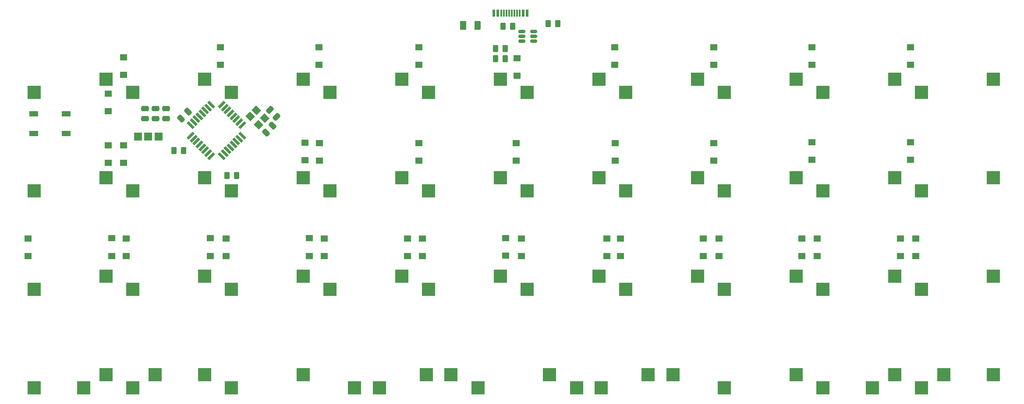
<source format=gbr>
%TF.GenerationSoftware,KiCad,Pcbnew,(6.99.0-222-g367431f825)*%
%TF.CreationDate,2022-01-13T21:14:39+01:00*%
%TF.ProjectId,Endeavour-2,456e6465-6176-46f7-9572-2d322e6b6963,rev?*%
%TF.SameCoordinates,Original*%
%TF.FileFunction,Paste,Bot*%
%TF.FilePolarity,Positive*%
%FSLAX46Y46*%
G04 Gerber Fmt 4.6, Leading zero omitted, Abs format (unit mm)*
G04 Created by KiCad (PCBNEW (6.99.0-222-g367431f825)) date 2022-01-13 21:14:39*
%MOMM*%
%LPD*%
G01*
G04 APERTURE LIST*
G04 Aperture macros list*
%AMRoundRect*
0 Rectangle with rounded corners*
0 $1 Rounding radius*
0 $2 $3 $4 $5 $6 $7 $8 $9 X,Y pos of 4 corners*
0 Add a 4 corners polygon primitive as box body*
4,1,4,$2,$3,$4,$5,$6,$7,$8,$9,$2,$3,0*
0 Add four circle primitives for the rounded corners*
1,1,$1+$1,$2,$3*
1,1,$1+$1,$4,$5*
1,1,$1+$1,$6,$7*
1,1,$1+$1,$8,$9*
0 Add four rect primitives between the rounded corners*
20,1,$1+$1,$2,$3,$4,$5,0*
20,1,$1+$1,$4,$5,$6,$7,0*
20,1,$1+$1,$6,$7,$8,$9,0*
20,1,$1+$1,$8,$9,$2,$3,0*%
%AMRotRect*
0 Rectangle, with rotation*
0 The origin of the aperture is its center*
0 $1 length*
0 $2 width*
0 $3 Rotation angle, in degrees counterclockwise*
0 Add horizontal line*
21,1,$1,$2,0,0,$3*%
G04 Aperture macros list end*
%ADD10R,2.550000X2.500000*%
%ADD11R,0.600000X1.450000*%
%ADD12R,0.300000X1.450000*%
%ADD13R,1.400000X1.200000*%
%ADD14RoundRect,0.250000X0.512652X0.159099X0.159099X0.512652X-0.512652X-0.159099X-0.159099X-0.512652X0*%
%ADD15RoundRect,0.250000X0.159099X-0.512652X0.512652X-0.159099X-0.159099X0.512652X-0.512652X0.159099X0*%
%ADD16RoundRect,0.150000X0.512500X0.150000X-0.512500X0.150000X-0.512500X-0.150000X0.512500X-0.150000X0*%
%ADD17R,1.700000X1.000000*%
%ADD18RoundRect,0.250000X-0.159099X0.512652X-0.512652X0.159099X0.159099X-0.512652X0.512652X-0.159099X0*%
%ADD19RoundRect,0.250000X0.262500X0.450000X-0.262500X0.450000X-0.262500X-0.450000X0.262500X-0.450000X0*%
%ADD20RoundRect,0.250000X-0.475000X0.250000X-0.475000X-0.250000X0.475000X-0.250000X0.475000X0.250000X0*%
%ADD21RoundRect,0.250000X-0.262500X-0.450000X0.262500X-0.450000X0.262500X0.450000X-0.262500X0.450000X0*%
%ADD22RotRect,1.600000X0.550000X225.000000*%
%ADD23RotRect,1.600000X0.550000X135.000000*%
%ADD24R,1.524000X1.524000*%
%ADD25RoundRect,0.250000X0.375000X0.625000X-0.375000X0.625000X-0.375000X-0.625000X0.375000X-0.625000X0*%
%ADD26RotRect,1.400000X1.200000X315.000000*%
G04 APERTURE END LIST*
D10*
%TO.C,K0*%
X54700000Y-40410000D03*
X68550000Y-37870000D03*
%TD*%
%TO.C,K1*%
X73750000Y-40410000D03*
X87600000Y-37870000D03*
%TD*%
%TO.C,K2*%
X92800000Y-40410000D03*
X106650000Y-37870000D03*
%TD*%
%TO.C,K3*%
X111850000Y-40410000D03*
X125700000Y-37870000D03*
%TD*%
%TO.C,K4*%
X130900000Y-40410000D03*
X144750000Y-37870000D03*
%TD*%
%TO.C,K6*%
X169000000Y-40410000D03*
X182850000Y-37870000D03*
%TD*%
%TO.C,K7*%
X188050000Y-40410000D03*
X201900000Y-37870000D03*
%TD*%
%TO.C,K8*%
X207100000Y-40410000D03*
X220950000Y-37870000D03*
%TD*%
%TO.C,K9*%
X226150000Y-40410000D03*
X240000000Y-37870000D03*
%TD*%
%TO.C,K10*%
X54700000Y-59460000D03*
X68550000Y-56920000D03*
%TD*%
%TO.C,K11*%
X73750000Y-59460000D03*
X87600000Y-56920000D03*
%TD*%
%TO.C,K12*%
X92800000Y-59460000D03*
X106650000Y-56920000D03*
%TD*%
%TO.C,K13*%
X111850000Y-59460000D03*
X125700000Y-56920000D03*
%TD*%
%TO.C,K14*%
X130900000Y-59460000D03*
X144750000Y-56920000D03*
%TD*%
%TO.C,K15*%
X149950000Y-59460000D03*
X163800000Y-56920000D03*
%TD*%
%TO.C,K16*%
X169000000Y-59460000D03*
X182850000Y-56920000D03*
%TD*%
%TO.C,K17*%
X188050000Y-59460000D03*
X201900000Y-56920000D03*
%TD*%
%TO.C,K18*%
X207100000Y-59460000D03*
X220950000Y-56920000D03*
%TD*%
%TO.C,K19*%
X226150000Y-59460000D03*
X240000000Y-56920000D03*
%TD*%
%TO.C,K20*%
X54700000Y-78510000D03*
X68550000Y-75970000D03*
%TD*%
%TO.C,K21*%
X73750000Y-78510000D03*
X87600000Y-75970000D03*
%TD*%
%TO.C,K22*%
X92800000Y-78510000D03*
X106650000Y-75970000D03*
%TD*%
%TO.C,K23*%
X111850000Y-78510000D03*
X125700000Y-75970000D03*
%TD*%
%TO.C,K24*%
X130900000Y-78510000D03*
X144750000Y-75970000D03*
%TD*%
%TO.C,K25*%
X149950000Y-78510000D03*
X163800000Y-75970000D03*
%TD*%
%TO.C,K26*%
X169000000Y-78510000D03*
X182850000Y-75970000D03*
%TD*%
%TO.C,K27*%
X188050000Y-78510000D03*
X201900000Y-75970000D03*
%TD*%
%TO.C,K28*%
X207100000Y-78510000D03*
X220950000Y-75970000D03*
%TD*%
%TO.C,K29*%
X226150000Y-78510000D03*
X240000000Y-75970000D03*
%TD*%
%TO.C,1u1*%
X54700000Y-97560000D03*
X68550000Y-95020000D03*
%TD*%
%TO.C,1u2*%
X73750000Y-97560000D03*
X87600000Y-95020000D03*
%TD*%
%TO.C,1u3*%
X92800000Y-97560000D03*
X106650000Y-95020000D03*
%TD*%
%TO.C,2u1*%
X121375000Y-97560000D03*
X135225000Y-95020000D03*
%TD*%
%TO.C,2u2*%
X159475000Y-97560000D03*
X173325000Y-95020000D03*
%TD*%
%TO.C,1u6*%
X188050000Y-97560000D03*
X201900000Y-95020000D03*
%TD*%
%TO.C,1u7*%
X207100000Y-97560000D03*
X220950000Y-95020000D03*
%TD*%
%TO.C,1u8*%
X226150000Y-97540000D03*
X240000000Y-95000000D03*
%TD*%
%TO.C,K5*%
X149950000Y-40410000D03*
X163800000Y-37870000D03*
%TD*%
%TO.C,SPACE1*%
X140425000Y-97560000D03*
X154275000Y-95020000D03*
%TD*%
%TO.C,1.5u1*%
X116612500Y-97560000D03*
X130462500Y-95020000D03*
%TD*%
%TO.C,1.5u2*%
X164237500Y-97560000D03*
X178087500Y-95020000D03*
%TD*%
%TO.C,1u_space2*%
X216625000Y-97560000D03*
X230475000Y-95020000D03*
%TD*%
%TO.C,1u_space1*%
X64225000Y-97560000D03*
X78075000Y-95020000D03*
%TD*%
D11*
%TO.C,J1*%
X143465000Y-25087500D03*
X144265000Y-25087500D03*
D12*
X145465000Y-25087500D03*
X146465000Y-25087500D03*
X146965000Y-25087500D03*
X147965000Y-25087500D03*
D11*
X149165000Y-25087500D03*
X149965000Y-25087500D03*
X149965000Y-25087500D03*
X149165000Y-25087500D03*
D12*
X148465000Y-25087500D03*
X147465000Y-25087500D03*
X145965000Y-25087500D03*
X144965000Y-25087500D03*
D11*
X144265000Y-25087500D03*
X143465000Y-25087500D03*
%TD*%
D13*
%TO.C,D11*%
X71990000Y-50630000D03*
X71990000Y-54030000D03*
%TD*%
%TO.C,D9*%
X223990000Y-35030000D03*
X223990000Y-31630000D03*
%TD*%
D14*
%TO.C,C2*%
X101539751Y-45145751D03*
X100196249Y-43802249D03*
%TD*%
D13*
%TO.C,D10*%
X68990000Y-50630000D03*
X68990000Y-54030000D03*
%TD*%
%TO.C,D37*%
X183990000Y-68630000D03*
X183990000Y-72030000D03*
%TD*%
%TO.C,D20*%
X53490000Y-68630000D03*
X53490000Y-72030000D03*
%TD*%
D15*
%TO.C,C3*%
X99434249Y-48193751D03*
X100777751Y-46850249D03*
%TD*%
D16*
%TO.C,U2*%
X151187500Y-28590000D03*
X151187500Y-29540000D03*
X151187500Y-30490000D03*
X148912500Y-30490000D03*
X148912500Y-29540000D03*
X148912500Y-28590000D03*
%TD*%
D13*
%TO.C,D3*%
X109690000Y-35030000D03*
X109690000Y-31630000D03*
%TD*%
D17*
%TO.C,SW1*%
X60860000Y-44520000D03*
X54560000Y-44520000D03*
X60860000Y-48320000D03*
X54560000Y-48320000D03*
%TD*%
D13*
%TO.C,D23*%
X110740000Y-68630000D03*
X110740000Y-72030000D03*
%TD*%
D18*
%TO.C,C1*%
X84411751Y-44128249D03*
X83068249Y-45471751D03*
%TD*%
D13*
%TO.C,D29*%
X224990000Y-68630000D03*
X224990000Y-72030000D03*
%TD*%
%TO.C,D22*%
X91740000Y-68630000D03*
X91740000Y-72030000D03*
%TD*%
D19*
%TO.C,R1*%
X145662500Y-31890000D03*
X143837500Y-31890000D03*
%TD*%
D13*
%TO.C,D24*%
X129690000Y-68660000D03*
X129690000Y-72060000D03*
%TD*%
%TO.C,D30*%
X69650000Y-68620000D03*
X69650000Y-72020000D03*
%TD*%
D20*
%TO.C,C5*%
X78140000Y-43530000D03*
X78140000Y-45430000D03*
%TD*%
D13*
%TO.C,D13*%
X109775000Y-50200000D03*
X109775000Y-53600000D03*
%TD*%
%TO.C,D28*%
X205990000Y-68630000D03*
X205990000Y-72030000D03*
%TD*%
D19*
%TO.C,R6*%
X93762500Y-56450000D03*
X91937500Y-56450000D03*
%TD*%
D21*
%TO.C,R3*%
X81697500Y-51630000D03*
X83522500Y-51630000D03*
%TD*%
D13*
%TO.C,D16*%
X166925000Y-50225000D03*
X166925000Y-53625000D03*
%TD*%
%TO.C,D18*%
X204990000Y-50030000D03*
X204990000Y-53430000D03*
%TD*%
%TO.C,D12*%
X107030000Y-50140000D03*
X107030000Y-53540000D03*
%TD*%
%TO.C,D2*%
X90690000Y-35030000D03*
X90690000Y-31630000D03*
%TD*%
%TO.C,D7*%
X185990000Y-35030000D03*
X185990000Y-31630000D03*
%TD*%
%TO.C,D35*%
X145820000Y-68590000D03*
X145820000Y-71990000D03*
%TD*%
D19*
%TO.C,R4*%
X147132500Y-27590000D03*
X145307500Y-27590000D03*
%TD*%
D13*
%TO.C,D15*%
X147825000Y-50225000D03*
X147825000Y-53625000D03*
%TD*%
D21*
%TO.C,R2*%
X143837500Y-33860000D03*
X145662500Y-33860000D03*
%TD*%
D13*
%TO.C,D8*%
X204990000Y-35030000D03*
X204990000Y-31630000D03*
%TD*%
%TO.C,D31*%
X88750000Y-68625000D03*
X88750000Y-72025000D03*
%TD*%
%TO.C,D39*%
X222100000Y-68650000D03*
X222100000Y-72050000D03*
%TD*%
D20*
%TO.C,C6*%
X76140000Y-43530000D03*
X76140000Y-45430000D03*
%TD*%
D13*
%TO.C,D38*%
X202990000Y-68630000D03*
X202990000Y-72030000D03*
%TD*%
%TO.C,D33*%
X126850000Y-68650000D03*
X126850000Y-72050000D03*
%TD*%
%TO.C,D19*%
X223990000Y-50030000D03*
X223990000Y-53430000D03*
%TD*%
%TO.C,D32*%
X107850000Y-68625000D03*
X107850000Y-72025000D03*
%TD*%
%TO.C,D26*%
X167990000Y-68630000D03*
X167990000Y-72030000D03*
%TD*%
%TO.C,D21*%
X72490000Y-68630000D03*
X72490000Y-72030000D03*
%TD*%
%TO.C,D14*%
X128990000Y-50200000D03*
X128990000Y-53600000D03*
%TD*%
%TO.C,D4*%
X128990000Y-35030000D03*
X128990000Y-31630000D03*
%TD*%
%TO.C,D5*%
X147970000Y-37160000D03*
X147970000Y-33760000D03*
%TD*%
%TO.C,D0*%
X68990000Y-44030000D03*
X68990000Y-40630000D03*
%TD*%
%TO.C,D17*%
X185990000Y-50230000D03*
X185990000Y-53630000D03*
%TD*%
D20*
%TO.C,C4*%
X80200000Y-43530000D03*
X80200000Y-45430000D03*
%TD*%
D22*
%TO.C,U1*%
X90905305Y-42764897D03*
X91470990Y-43330583D03*
X92036676Y-43896268D03*
X92602361Y-44461953D03*
X93168047Y-45027639D03*
X93733732Y-45593324D03*
X94299417Y-46159010D03*
X94865103Y-46724695D03*
D23*
X94865103Y-48775305D03*
X94299417Y-49340990D03*
X93733732Y-49906676D03*
X93168047Y-50472361D03*
X92602361Y-51038047D03*
X92036676Y-51603732D03*
X91470990Y-52169417D03*
X90905305Y-52735103D03*
D22*
X88854695Y-52735103D03*
X88289010Y-52169417D03*
X87723324Y-51603732D03*
X87157639Y-51038047D03*
X86591953Y-50472361D03*
X86026268Y-49906676D03*
X85460583Y-49340990D03*
X84894897Y-48775305D03*
D23*
X84894897Y-46724695D03*
X85460583Y-46159010D03*
X86026268Y-45593324D03*
X86591953Y-45027639D03*
X87157639Y-44461953D03*
X87723324Y-43896268D03*
X88289010Y-43330583D03*
X88854695Y-42764897D03*
%TD*%
D24*
%TO.C,JP1*%
X74735000Y-48949000D03*
X74735000Y-48949000D03*
X76735000Y-48949000D03*
X76735000Y-48949000D03*
X78735000Y-48949000D03*
X78735000Y-48949000D03*
%TD*%
D13*
%TO.C,D1*%
X71990000Y-37030000D03*
X71990000Y-33630000D03*
%TD*%
%TO.C,D6*%
X166890000Y-35030000D03*
X166890000Y-31630000D03*
%TD*%
D25*
%TO.C,F1*%
X140380000Y-27460000D03*
X137580000Y-27460000D03*
%TD*%
D13*
%TO.C,D25*%
X148800000Y-68630000D03*
X148800000Y-72030000D03*
%TD*%
D26*
%TO.C,Y1*%
X97643223Y-43857142D03*
X99198858Y-45412777D03*
X97996777Y-46614858D03*
X96441142Y-45059223D03*
%TD*%
D13*
%TO.C,D36*%
X165300000Y-68650000D03*
X165300000Y-72050000D03*
%TD*%
D19*
%TO.C,R5*%
X155862500Y-27080000D03*
X154037500Y-27080000D03*
%TD*%
D13*
%TO.C,D27*%
X186990000Y-68630000D03*
X186990000Y-72030000D03*
%TD*%
M02*

</source>
